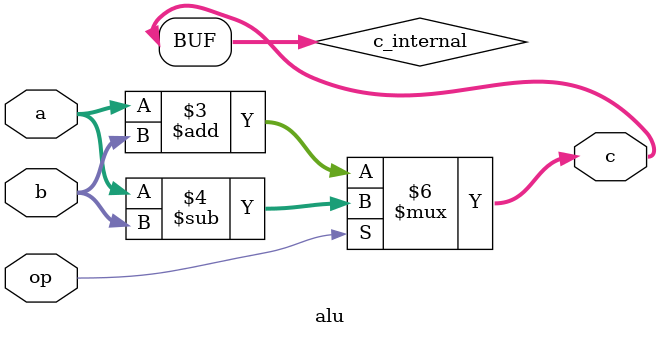
<source format=v>
module alu #(parameter WORD_SIZE = 8) (
    // Data input.
    input     [WORD_SIZE-1:0]   a,
    input     [WORD_SIZE-1:0]   b,

    // Data output.
    output    [WORD_SIZE-1:0]   c,

    // Control input.
    input                       op
);

reg [WORD_SIZE-1:0] c_internal;

always @(*)
begin: alu_code
    if (op == 0) begin
        c_internal = a + b;
    end else begin
        c_internal = a - b;
    end
end //alu_code

assign c = c_internal;

endmodule

</source>
